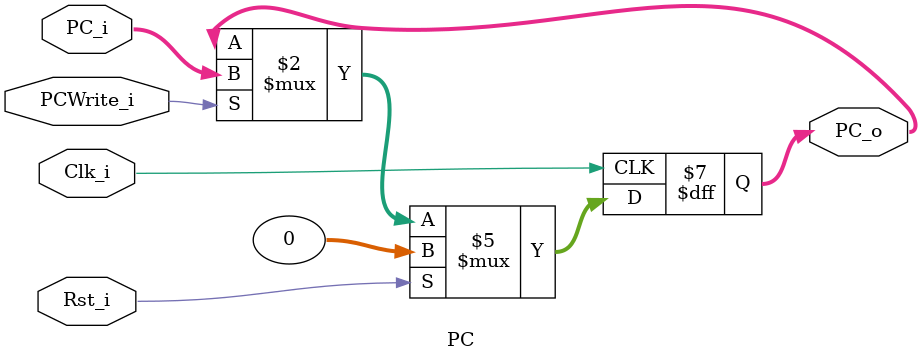
<source format=v>
module PC
(
    input               Clk_i,
    input               Rst_i,
    input               PCWrite_i,
    input      [31:0]   PC_i,
    output reg [31:0]   PC_o
);


always @(posedge Clk_i) begin
    if (Rst_i) begin
        PC_o <= 32'b0;
    end
    else if (PCWrite_i) begin
        PC_o <= PC_i;
    end
end

endmodule

</source>
